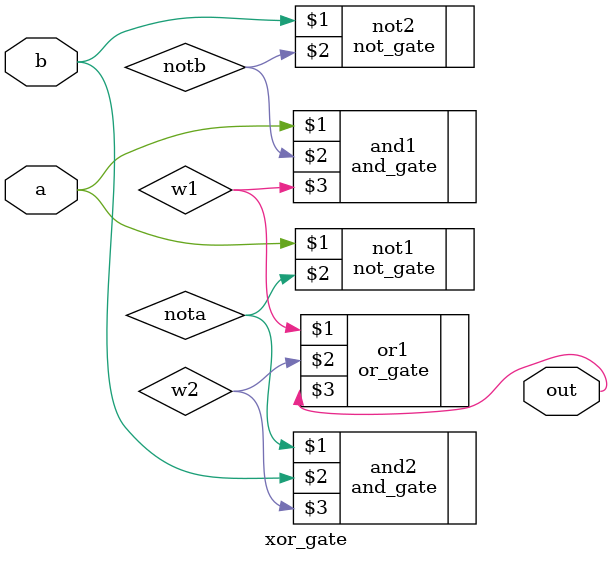
<source format=v>
module xor_gate(a, b, out);
    input a, b;
    output out;

    wire nota, notb, w1, w2;

    not_gate not1(a, nota);
    not_gate not2(b, notb);

    and_gate and1(a, notb, w1);
    and_gate and2(nota, b, w2);

    or_gate or1(w1, w2, out);
endmodule

</source>
